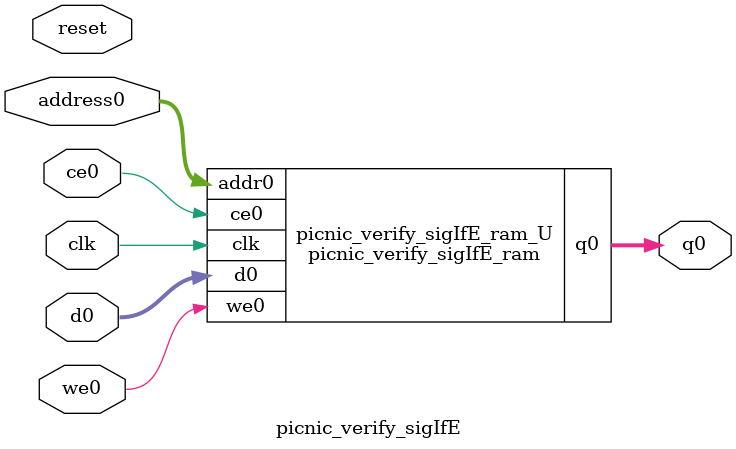
<source format=v>
`timescale 1 ns / 1 ps
module picnic_verify_sigIfE_ram (addr0, ce0, d0, we0, q0,  clk);

parameter DWIDTH = 8;
parameter AWIDTH = 15;
parameter MEM_SIZE = 16425;

input[AWIDTH-1:0] addr0;
input ce0;
input[DWIDTH-1:0] d0;
input we0;
output reg[DWIDTH-1:0] q0;
input clk;

(* ram_style = "block" *)reg [DWIDTH-1:0] ram[0:MEM_SIZE-1];




always @(posedge clk)  
begin 
    if (ce0) begin
        if (we0) 
            ram[addr0] <= d0; 
        q0 <= ram[addr0];
    end
end


endmodule

`timescale 1 ns / 1 ps
module picnic_verify_sigIfE(
    reset,
    clk,
    address0,
    ce0,
    we0,
    d0,
    q0);

parameter DataWidth = 32'd8;
parameter AddressRange = 32'd16425;
parameter AddressWidth = 32'd15;
input reset;
input clk;
input[AddressWidth - 1:0] address0;
input ce0;
input we0;
input[DataWidth - 1:0] d0;
output[DataWidth - 1:0] q0;



picnic_verify_sigIfE_ram picnic_verify_sigIfE_ram_U(
    .clk( clk ),
    .addr0( address0 ),
    .ce0( ce0 ),
    .we0( we0 ),
    .d0( d0 ),
    .q0( q0 ));

endmodule


</source>
